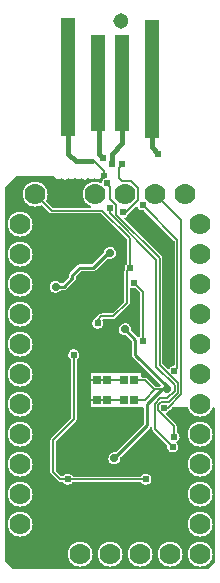
<source format=gbl>
G04 Layer: BottomLayer*
G04 EasyEDA v6.5.22, 2022-11-29 03:43:51*
G04 8ec36cdae1d24b8a87879ab1f9b651ff,67344a67363949849f01d11c0c7cf016,10*
G04 Gerber Generator version 0.2*
G04 Scale: 100 percent, Rotated: No, Reflected: No *
G04 Dimensions in inches *
G04 leading zeros omitted , absolute positions ,3 integer and 6 decimal *
%FSLAX36Y36*%
%MOIN*%

%AMMACRO1*21,1,$1,$2,0,0,$3*%
%ADD10C,0.0150*%
%ADD11C,0.0200*%
%ADD12C,0.0060*%
%ADD13C,0.0050*%
%ADD14C,0.0100*%
%ADD15C,0.0070*%
%ADD16R,0.0472X0.3937*%
%ADD17R,0.0472X0.3200*%
%ADD18MACRO1,0.0236X0.0256X0.0000*%
%ADD19C,0.0514*%
%ADD20C,0.0700*%
%ADD21C,0.0240*%
%ADD22C,0.0280*%
%ADD23C,0.0172*%

%LPD*%
G36*
X644640Y-1214080D02*
G01*
X643160Y-1213760D01*
X641919Y-1212900D01*
X626380Y-1197360D01*
X625500Y-1196060D01*
X625200Y-1194540D01*
X625200Y-843060D01*
X624760Y-840280D01*
X623840Y-838259D01*
X622340Y-836320D01*
X499820Y-713800D01*
X498940Y-712500D01*
X498640Y-710980D01*
X498940Y-709440D01*
X499799Y-708139D01*
X503960Y-705520D01*
X506440Y-703240D01*
X508459Y-700580D01*
X508740Y-700000D01*
X509820Y-698660D01*
X511019Y-697700D01*
X536160Y-672560D01*
X537400Y-671720D01*
X538880Y-671400D01*
X540360Y-671640D01*
X541640Y-672420D01*
X542560Y-673600D01*
X543540Y-675580D01*
X545560Y-678240D01*
X548040Y-680520D01*
X550900Y-682280D01*
X554020Y-683480D01*
X557320Y-684100D01*
X560680Y-684100D01*
X562780Y-683920D01*
X564000Y-684300D01*
X565040Y-685060D01*
X664620Y-784640D01*
X665500Y-785939D01*
X665800Y-787460D01*
X665800Y-1197120D01*
X665560Y-1198460D01*
X664880Y-1199660D01*
X663820Y-1200560D01*
X662540Y-1201040D01*
X660020Y-1201520D01*
X656900Y-1202720D01*
X654040Y-1204480D01*
X651560Y-1206760D01*
X649539Y-1209420D01*
X648319Y-1211860D01*
X647420Y-1213060D01*
X646120Y-1213840D01*
G37*

%LPD*%
G36*
X127739Y-1879800D02*
G01*
X126199Y-1879500D01*
X124920Y-1878620D01*
X102380Y-1856080D01*
X101500Y-1854800D01*
X101199Y-1853260D01*
X101199Y-606740D01*
X101500Y-605200D01*
X102380Y-603920D01*
X134920Y-571380D01*
X136200Y-570500D01*
X137740Y-570200D01*
X262660Y-570200D01*
X264140Y-570480D01*
X265420Y-571300D01*
X266300Y-572520D01*
X267560Y-575280D01*
X269160Y-577380D01*
X271160Y-579080D01*
X273500Y-580320D01*
X276040Y-581020D01*
X278660Y-581160D01*
X281260Y-580740D01*
X283700Y-579760D01*
X287340Y-577160D01*
X288800Y-576800D01*
X290280Y-577000D01*
X291600Y-577740D01*
X293160Y-579080D01*
X295500Y-580320D01*
X298040Y-581020D01*
X300660Y-581160D01*
X303260Y-580740D01*
X305700Y-579760D01*
X309340Y-577160D01*
X310800Y-576800D01*
X312280Y-577000D01*
X313600Y-577740D01*
X315160Y-579080D01*
X317500Y-580320D01*
X320040Y-581020D01*
X322660Y-581160D01*
X325260Y-580740D01*
X327700Y-579760D01*
X331340Y-577160D01*
X332800Y-576800D01*
X334280Y-577000D01*
X335600Y-577740D01*
X337160Y-579080D01*
X339500Y-580320D01*
X342040Y-581020D01*
X344660Y-581160D01*
X347260Y-580740D01*
X349700Y-579760D01*
X353340Y-577160D01*
X354799Y-576800D01*
X356280Y-577000D01*
X357600Y-577740D01*
X359159Y-579080D01*
X361500Y-580320D01*
X364040Y-581020D01*
X366659Y-581160D01*
X369260Y-580740D01*
X371700Y-579760D01*
X375340Y-577160D01*
X376800Y-576800D01*
X378280Y-577000D01*
X379600Y-577740D01*
X381160Y-579080D01*
X383500Y-580320D01*
X386040Y-581020D01*
X388660Y-581160D01*
X391260Y-580740D01*
X393700Y-579760D01*
X396300Y-577980D01*
X397900Y-577320D01*
X399620Y-577400D01*
X401160Y-578220D01*
X402160Y-579080D01*
X404500Y-580320D01*
X407040Y-581020D01*
X409660Y-581160D01*
X412260Y-580740D01*
X414700Y-579760D01*
X416880Y-578280D01*
X418700Y-576360D01*
X420060Y-574120D01*
X420900Y-571620D01*
X421180Y-569000D01*
X420900Y-566380D01*
X420520Y-565280D01*
X420319Y-563780D01*
X420680Y-562320D01*
X421560Y-561100D01*
X422819Y-560280D01*
X424320Y-560000D01*
X437620Y-560000D01*
X439340Y-560400D01*
X440720Y-561500D01*
X441500Y-563080D01*
X441520Y-564860D01*
X440900Y-567680D01*
X440940Y-572000D01*
X440340Y-573460D01*
X439219Y-574600D01*
X437740Y-575200D01*
X436019Y-575520D01*
X432900Y-576720D01*
X430040Y-578480D01*
X427560Y-580760D01*
X425540Y-583420D01*
X424040Y-586440D01*
X423080Y-589800D01*
X422260Y-591320D01*
X420860Y-592360D01*
X419159Y-592700D01*
X417480Y-592300D01*
X416760Y-591940D01*
X411659Y-590220D01*
X406380Y-589160D01*
X401000Y-588800D01*
X395620Y-589160D01*
X390340Y-590220D01*
X385240Y-591940D01*
X380400Y-594320D01*
X375920Y-597320D01*
X371880Y-600880D01*
X368320Y-604920D01*
X365319Y-609400D01*
X362939Y-614240D01*
X361220Y-619340D01*
X360160Y-624620D01*
X359799Y-630000D01*
X360160Y-635380D01*
X361220Y-640660D01*
X362939Y-645759D01*
X365319Y-650600D01*
X368320Y-655080D01*
X371880Y-659120D01*
X375920Y-662680D01*
X380400Y-665660D01*
X385580Y-668199D01*
X386960Y-669320D01*
X387720Y-670920D01*
X387720Y-672700D01*
X386940Y-674300D01*
X385560Y-675400D01*
X383820Y-675800D01*
X261460Y-675800D01*
X259940Y-675500D01*
X258640Y-674620D01*
X238020Y-654000D01*
X237120Y-652620D01*
X236840Y-651000D01*
X237260Y-649400D01*
X239060Y-645759D01*
X240780Y-640660D01*
X241840Y-635380D01*
X242200Y-630000D01*
X241840Y-624620D01*
X240780Y-619340D01*
X239060Y-614240D01*
X236680Y-609400D01*
X233680Y-604920D01*
X230120Y-600880D01*
X226080Y-597320D01*
X221600Y-594320D01*
X216759Y-591940D01*
X211660Y-590220D01*
X206380Y-589160D01*
X201000Y-588800D01*
X195620Y-589160D01*
X190340Y-590220D01*
X185240Y-591940D01*
X180400Y-594320D01*
X175920Y-597320D01*
X171880Y-600880D01*
X168320Y-604920D01*
X165320Y-609400D01*
X162940Y-614240D01*
X161220Y-619340D01*
X160159Y-624620D01*
X159800Y-630000D01*
X160159Y-635380D01*
X161220Y-640660D01*
X162940Y-645759D01*
X165320Y-650600D01*
X168320Y-655080D01*
X171880Y-659120D01*
X175920Y-662680D01*
X180400Y-665680D01*
X185240Y-668060D01*
X190340Y-669780D01*
X195620Y-670840D01*
X201000Y-671200D01*
X206380Y-670840D01*
X211660Y-669780D01*
X216759Y-668060D01*
X220400Y-666260D01*
X222000Y-665840D01*
X223619Y-666120D01*
X225000Y-667020D01*
X249460Y-691460D01*
X251740Y-693120D01*
X253800Y-693900D01*
X256240Y-694200D01*
X419540Y-694200D01*
X421060Y-694500D01*
X422360Y-695380D01*
X506620Y-779640D01*
X507500Y-780939D01*
X507800Y-782460D01*
X507800Y-859180D01*
X507460Y-860800D01*
X506460Y-862159D01*
X503560Y-864760D01*
X501540Y-867420D01*
X500040Y-870440D01*
X499120Y-873660D01*
X498820Y-877000D01*
X499159Y-880720D01*
X498940Y-882440D01*
X498100Y-884780D01*
X497800Y-887240D01*
X497800Y-986540D01*
X497500Y-988060D01*
X496620Y-989360D01*
X459360Y-1026620D01*
X458060Y-1027500D01*
X456540Y-1027800D01*
X422060Y-1027800D01*
X419280Y-1028240D01*
X417260Y-1029160D01*
X415319Y-1030660D01*
X403720Y-1042260D01*
X402340Y-1043160D01*
X400900Y-1043720D01*
X398040Y-1045480D01*
X395560Y-1047760D01*
X393540Y-1050420D01*
X392040Y-1053440D01*
X391120Y-1056660D01*
X390820Y-1060000D01*
X391120Y-1063340D01*
X392040Y-1066560D01*
X393540Y-1069580D01*
X395560Y-1072240D01*
X398040Y-1074520D01*
X400900Y-1076280D01*
X404020Y-1077480D01*
X407320Y-1078100D01*
X410680Y-1078100D01*
X413980Y-1077480D01*
X417100Y-1076280D01*
X419960Y-1074520D01*
X422440Y-1072240D01*
X424460Y-1069580D01*
X425959Y-1066560D01*
X426880Y-1063340D01*
X427180Y-1060000D01*
X426880Y-1056660D01*
X425959Y-1053440D01*
X425240Y-1051980D01*
X424820Y-1050420D01*
X425060Y-1048820D01*
X425900Y-1047460D01*
X427239Y-1046520D01*
X428820Y-1046200D01*
X461940Y-1046200D01*
X464720Y-1045759D01*
X466740Y-1044840D01*
X468680Y-1043340D01*
X513459Y-998540D01*
X515120Y-996260D01*
X515900Y-994200D01*
X516200Y-991760D01*
X516200Y-944900D01*
X516500Y-943400D01*
X517340Y-942099D01*
X518620Y-941240D01*
X520120Y-940920D01*
X521640Y-941180D01*
X525020Y-942480D01*
X528320Y-943100D01*
X531680Y-943100D01*
X533080Y-942840D01*
X534360Y-942820D01*
X535600Y-943199D01*
X536640Y-943940D01*
X550120Y-957440D01*
X551000Y-958720D01*
X551300Y-960260D01*
X551300Y-1101860D01*
X551080Y-1103200D01*
X550420Y-1104380D01*
X547820Y-1106600D01*
X546540Y-1107380D01*
X545040Y-1107640D01*
X543560Y-1107320D01*
X542300Y-1106460D01*
X521140Y-1085300D01*
X520220Y-1083840D01*
X520000Y-1082120D01*
X520180Y-1080000D01*
X519860Y-1076400D01*
X518900Y-1072900D01*
X517320Y-1069640D01*
X515200Y-1066720D01*
X512580Y-1064220D01*
X509560Y-1062220D01*
X506240Y-1060800D01*
X502700Y-1060000D01*
X499099Y-1059840D01*
X495500Y-1060320D01*
X492060Y-1061440D01*
X488880Y-1063160D01*
X486060Y-1065420D01*
X483680Y-1068140D01*
X481820Y-1071240D01*
X480540Y-1074640D01*
X479900Y-1078200D01*
X479900Y-1081800D01*
X480540Y-1085360D01*
X481820Y-1088760D01*
X483680Y-1091860D01*
X486060Y-1094580D01*
X488880Y-1096840D01*
X492060Y-1098560D01*
X495500Y-1099680D01*
X499099Y-1100160D01*
X502340Y-1100020D01*
X503960Y-1100280D01*
X505340Y-1101180D01*
X522620Y-1118460D01*
X523500Y-1119760D01*
X523800Y-1121300D01*
X523800Y-1164880D01*
X524080Y-1167500D01*
X524920Y-1169860D01*
X526240Y-1171980D01*
X527160Y-1173000D01*
X618640Y-1264480D01*
X619500Y-1265760D01*
X619800Y-1267300D01*
X619500Y-1268840D01*
X618640Y-1270120D01*
X617340Y-1271000D01*
X615800Y-1271300D01*
X603260Y-1271300D01*
X601720Y-1271000D01*
X600440Y-1270120D01*
X574200Y-1243900D01*
X572020Y-1242320D01*
X570080Y-1241580D01*
X567760Y-1241300D01*
X559000Y-1241300D01*
X557460Y-1241000D01*
X556180Y-1240120D01*
X555300Y-1238840D01*
X555000Y-1237300D01*
X555000Y-1225400D01*
X554600Y-1225000D01*
X386400Y-1225000D01*
X386000Y-1225400D01*
X386000Y-1340000D01*
X559800Y-1340000D01*
X561340Y-1340300D01*
X562620Y-1341180D01*
X563500Y-1342460D01*
X563800Y-1344000D01*
X563800Y-1393700D01*
X563500Y-1395240D01*
X562620Y-1396540D01*
X470340Y-1488820D01*
X468960Y-1489720D01*
X467340Y-1489980D01*
X464099Y-1489840D01*
X460500Y-1490320D01*
X457060Y-1491440D01*
X453880Y-1493160D01*
X451060Y-1495420D01*
X448680Y-1498140D01*
X446820Y-1501240D01*
X445540Y-1504640D01*
X444900Y-1508200D01*
X444900Y-1511800D01*
X445540Y-1515360D01*
X446820Y-1518760D01*
X448680Y-1521860D01*
X451060Y-1524580D01*
X453880Y-1526840D01*
X457060Y-1528560D01*
X460500Y-1529680D01*
X464099Y-1530160D01*
X467700Y-1530000D01*
X471240Y-1529199D01*
X474560Y-1527780D01*
X477580Y-1525780D01*
X480200Y-1523280D01*
X482320Y-1520360D01*
X483900Y-1517100D01*
X484860Y-1513600D01*
X485180Y-1510000D01*
X485000Y-1507880D01*
X485220Y-1506160D01*
X486140Y-1504700D01*
X582840Y-1408000D01*
X583820Y-1406900D01*
X585100Y-1405960D01*
X586640Y-1405580D01*
X588220Y-1405820D01*
X589560Y-1406680D01*
X590480Y-1407980D01*
X590800Y-1409540D01*
X590820Y-1413420D01*
X591240Y-1415720D01*
X592160Y-1417740D01*
X593660Y-1419680D01*
X639920Y-1465940D01*
X640860Y-1467400D01*
X641080Y-1469139D01*
X640819Y-1472000D01*
X641120Y-1475340D01*
X642039Y-1478560D01*
X643540Y-1481579D01*
X645560Y-1484240D01*
X648040Y-1486519D01*
X650900Y-1488280D01*
X654020Y-1489480D01*
X657320Y-1490100D01*
X660680Y-1490100D01*
X663980Y-1489480D01*
X667099Y-1488280D01*
X669960Y-1486519D01*
X672440Y-1484240D01*
X674460Y-1481579D01*
X675960Y-1478560D01*
X676880Y-1475340D01*
X677180Y-1472000D01*
X676880Y-1468660D01*
X675960Y-1465440D01*
X674460Y-1462440D01*
X672159Y-1459400D01*
X671440Y-1457900D01*
X671400Y-1456260D01*
X672039Y-1454720D01*
X673240Y-1453580D01*
X674960Y-1452520D01*
X677440Y-1450240D01*
X679460Y-1447580D01*
X680960Y-1444560D01*
X681880Y-1441339D01*
X682180Y-1438000D01*
X681880Y-1434660D01*
X680960Y-1431440D01*
X679460Y-1428420D01*
X677440Y-1425760D01*
X674539Y-1423160D01*
X673540Y-1421800D01*
X673199Y-1420180D01*
X673199Y-1404060D01*
X672760Y-1401279D01*
X671840Y-1399259D01*
X670340Y-1397320D01*
X637820Y-1364800D01*
X636940Y-1363500D01*
X636640Y-1361980D01*
X636940Y-1360440D01*
X637800Y-1359139D01*
X641960Y-1356519D01*
X644440Y-1354240D01*
X647760Y-1349840D01*
X649680Y-1348340D01*
X656840Y-1341180D01*
X658139Y-1340300D01*
X659659Y-1340000D01*
X708120Y-1340000D01*
X709740Y-1340340D01*
X711080Y-1341300D01*
X711900Y-1342720D01*
X712940Y-1345760D01*
X715320Y-1350600D01*
X718319Y-1355080D01*
X721880Y-1359120D01*
X725920Y-1362680D01*
X730400Y-1365680D01*
X735240Y-1368060D01*
X740340Y-1369780D01*
X745620Y-1370840D01*
X751000Y-1371200D01*
X756380Y-1370840D01*
X761660Y-1369780D01*
X766760Y-1368060D01*
X771600Y-1365680D01*
X776080Y-1362680D01*
X780120Y-1359120D01*
X783680Y-1355080D01*
X786680Y-1350600D01*
X789060Y-1345760D01*
X790100Y-1342720D01*
X790920Y-1341300D01*
X792260Y-1340340D01*
X793880Y-1340000D01*
X796800Y-1340000D01*
X798340Y-1340300D01*
X799620Y-1341180D01*
X800500Y-1342460D01*
X800800Y-1344000D01*
X800800Y-1853260D01*
X800500Y-1854800D01*
X799620Y-1856080D01*
X777080Y-1878620D01*
X775800Y-1879500D01*
X774260Y-1879800D01*
G37*

%LPC*%
G36*
X551000Y-1871200D02*
G01*
X556380Y-1870840D01*
X561660Y-1869780D01*
X566760Y-1868060D01*
X571600Y-1865680D01*
X576080Y-1862680D01*
X580120Y-1859120D01*
X583680Y-1855080D01*
X586680Y-1850600D01*
X589060Y-1845760D01*
X590780Y-1840660D01*
X591840Y-1835380D01*
X592200Y-1830000D01*
X591840Y-1824620D01*
X590780Y-1819340D01*
X589060Y-1814240D01*
X586680Y-1809400D01*
X583680Y-1804920D01*
X580120Y-1800880D01*
X576080Y-1797320D01*
X571600Y-1794319D01*
X566760Y-1791940D01*
X561660Y-1790220D01*
X556380Y-1789160D01*
X551000Y-1788800D01*
X545620Y-1789160D01*
X540340Y-1790220D01*
X535240Y-1791940D01*
X530400Y-1794319D01*
X525920Y-1797320D01*
X521880Y-1800880D01*
X518320Y-1804920D01*
X515319Y-1809400D01*
X512939Y-1814240D01*
X511220Y-1819340D01*
X510160Y-1824620D01*
X509799Y-1830000D01*
X510160Y-1835380D01*
X511220Y-1840660D01*
X512939Y-1845760D01*
X515319Y-1850600D01*
X518320Y-1855080D01*
X521880Y-1859120D01*
X525920Y-1862680D01*
X530400Y-1865680D01*
X535240Y-1868060D01*
X540340Y-1869780D01*
X545620Y-1870840D01*
G37*
G36*
X651000Y-1871200D02*
G01*
X656380Y-1870840D01*
X661660Y-1869780D01*
X666760Y-1868060D01*
X671600Y-1865680D01*
X676080Y-1862680D01*
X680120Y-1859120D01*
X683680Y-1855080D01*
X686680Y-1850600D01*
X689060Y-1845760D01*
X690780Y-1840660D01*
X691840Y-1835380D01*
X692200Y-1830000D01*
X691840Y-1824620D01*
X690780Y-1819340D01*
X689060Y-1814240D01*
X686680Y-1809400D01*
X683680Y-1804920D01*
X680120Y-1800880D01*
X676080Y-1797320D01*
X671600Y-1794319D01*
X666760Y-1791940D01*
X661660Y-1790220D01*
X656380Y-1789160D01*
X651000Y-1788800D01*
X645620Y-1789160D01*
X640340Y-1790220D01*
X635240Y-1791940D01*
X630400Y-1794319D01*
X625920Y-1797320D01*
X621880Y-1800880D01*
X618320Y-1804920D01*
X615320Y-1809400D01*
X612940Y-1814240D01*
X611220Y-1819340D01*
X610160Y-1824620D01*
X609800Y-1830000D01*
X610160Y-1835380D01*
X611220Y-1840660D01*
X612940Y-1845760D01*
X615320Y-1850600D01*
X618320Y-1855080D01*
X621880Y-1859120D01*
X625920Y-1862680D01*
X630400Y-1865680D01*
X635240Y-1868060D01*
X640340Y-1869780D01*
X645620Y-1870840D01*
G37*
G36*
X451000Y-1871200D02*
G01*
X456380Y-1870840D01*
X461659Y-1869780D01*
X466760Y-1868060D01*
X471599Y-1865680D01*
X476079Y-1862680D01*
X480120Y-1859120D01*
X483680Y-1855080D01*
X486680Y-1850600D01*
X489060Y-1845760D01*
X490780Y-1840660D01*
X491840Y-1835380D01*
X492200Y-1830000D01*
X491840Y-1824620D01*
X490780Y-1819340D01*
X489060Y-1814240D01*
X486680Y-1809400D01*
X483680Y-1804920D01*
X480120Y-1800880D01*
X476079Y-1797320D01*
X471599Y-1794319D01*
X466760Y-1791940D01*
X461659Y-1790220D01*
X456380Y-1789160D01*
X451000Y-1788800D01*
X445620Y-1789160D01*
X440340Y-1790220D01*
X435240Y-1791940D01*
X430400Y-1794319D01*
X425920Y-1797320D01*
X421880Y-1800880D01*
X418320Y-1804920D01*
X415319Y-1809400D01*
X412939Y-1814240D01*
X411220Y-1819340D01*
X410160Y-1824620D01*
X409799Y-1830000D01*
X410160Y-1835380D01*
X411220Y-1840660D01*
X412939Y-1845760D01*
X415319Y-1850600D01*
X418320Y-1855080D01*
X421880Y-1859120D01*
X425920Y-1862680D01*
X430400Y-1865680D01*
X435240Y-1868060D01*
X440340Y-1869780D01*
X445620Y-1870840D01*
G37*
G36*
X751000Y-1871200D02*
G01*
X756380Y-1870840D01*
X761660Y-1869780D01*
X766760Y-1868060D01*
X771600Y-1865680D01*
X776080Y-1862680D01*
X780120Y-1859120D01*
X783680Y-1855080D01*
X786680Y-1850600D01*
X789060Y-1845760D01*
X790780Y-1840660D01*
X791840Y-1835380D01*
X792200Y-1830000D01*
X791840Y-1824620D01*
X790780Y-1819340D01*
X789060Y-1814240D01*
X786680Y-1809400D01*
X783680Y-1804920D01*
X780120Y-1800880D01*
X776080Y-1797320D01*
X771600Y-1794319D01*
X766760Y-1791940D01*
X761660Y-1790220D01*
X756380Y-1789160D01*
X751000Y-1788800D01*
X745620Y-1789160D01*
X740340Y-1790220D01*
X735240Y-1791940D01*
X730400Y-1794319D01*
X725920Y-1797320D01*
X721880Y-1800880D01*
X718319Y-1804920D01*
X715320Y-1809400D01*
X712940Y-1814240D01*
X711220Y-1819340D01*
X710160Y-1824620D01*
X709800Y-1830000D01*
X710160Y-1835380D01*
X711220Y-1840660D01*
X712940Y-1845760D01*
X715320Y-1850600D01*
X718319Y-1855080D01*
X721880Y-1859120D01*
X725920Y-1862680D01*
X730400Y-1865680D01*
X735240Y-1868060D01*
X740340Y-1869780D01*
X745620Y-1870840D01*
G37*
G36*
X351000Y-1871200D02*
G01*
X356380Y-1870840D01*
X361659Y-1869780D01*
X366760Y-1868060D01*
X371599Y-1865680D01*
X376079Y-1862680D01*
X380120Y-1859120D01*
X383680Y-1855080D01*
X386680Y-1850600D01*
X389060Y-1845760D01*
X390780Y-1840660D01*
X391840Y-1835380D01*
X392200Y-1830000D01*
X391840Y-1824620D01*
X390780Y-1819340D01*
X389060Y-1814240D01*
X386680Y-1809400D01*
X383680Y-1804920D01*
X380120Y-1800880D01*
X376079Y-1797320D01*
X371599Y-1794319D01*
X366760Y-1791940D01*
X361659Y-1790220D01*
X356380Y-1789160D01*
X351000Y-1788800D01*
X345620Y-1789160D01*
X340340Y-1790220D01*
X335240Y-1791940D01*
X330400Y-1794319D01*
X325920Y-1797320D01*
X321880Y-1800880D01*
X318320Y-1804920D01*
X315320Y-1809400D01*
X312940Y-1814240D01*
X311220Y-1819340D01*
X310160Y-1824620D01*
X309800Y-1830000D01*
X310160Y-1835380D01*
X311220Y-1840660D01*
X312940Y-1845760D01*
X315320Y-1850600D01*
X318320Y-1855080D01*
X321880Y-1859120D01*
X325920Y-1862680D01*
X330400Y-1865680D01*
X335240Y-1868060D01*
X340340Y-1869780D01*
X345620Y-1870840D01*
G37*
G36*
X751000Y-1771200D02*
G01*
X756380Y-1770840D01*
X761660Y-1769780D01*
X766760Y-1768060D01*
X771600Y-1765680D01*
X776080Y-1762680D01*
X780120Y-1759120D01*
X783680Y-1755080D01*
X786680Y-1750600D01*
X789060Y-1745760D01*
X790780Y-1740660D01*
X791840Y-1735380D01*
X792200Y-1730000D01*
X791840Y-1724620D01*
X790780Y-1719340D01*
X789060Y-1714240D01*
X786680Y-1709400D01*
X783680Y-1704920D01*
X780120Y-1700880D01*
X776080Y-1697320D01*
X771600Y-1694319D01*
X766760Y-1691940D01*
X761660Y-1690220D01*
X756380Y-1689160D01*
X751000Y-1688800D01*
X745620Y-1689160D01*
X740340Y-1690220D01*
X735240Y-1691940D01*
X730400Y-1694319D01*
X725920Y-1697320D01*
X721880Y-1700880D01*
X718319Y-1704920D01*
X715320Y-1709400D01*
X712940Y-1714240D01*
X711220Y-1719340D01*
X710160Y-1724620D01*
X709800Y-1730000D01*
X710160Y-1735380D01*
X711220Y-1740660D01*
X712940Y-1745760D01*
X715320Y-1750600D01*
X718319Y-1755080D01*
X721880Y-1759120D01*
X725920Y-1762680D01*
X730400Y-1765680D01*
X735240Y-1768060D01*
X740340Y-1769780D01*
X745620Y-1770840D01*
G37*
G36*
X151000Y-1771200D02*
G01*
X156380Y-1770840D01*
X161660Y-1769780D01*
X166759Y-1768060D01*
X171600Y-1765680D01*
X176080Y-1762680D01*
X180120Y-1759120D01*
X183680Y-1755080D01*
X186680Y-1750600D01*
X189060Y-1745760D01*
X190780Y-1740660D01*
X191840Y-1735380D01*
X192200Y-1730000D01*
X191840Y-1724620D01*
X190780Y-1719340D01*
X189060Y-1714240D01*
X186680Y-1709400D01*
X183680Y-1704920D01*
X180120Y-1700880D01*
X176080Y-1697320D01*
X171600Y-1694319D01*
X166759Y-1691940D01*
X161660Y-1690220D01*
X156380Y-1689160D01*
X151000Y-1688800D01*
X145620Y-1689160D01*
X140340Y-1690220D01*
X135240Y-1691940D01*
X130399Y-1694319D01*
X125920Y-1697320D01*
X121880Y-1700880D01*
X118320Y-1704920D01*
X115320Y-1709400D01*
X112940Y-1714240D01*
X111220Y-1719340D01*
X110160Y-1724620D01*
X109800Y-1730000D01*
X110160Y-1735380D01*
X111220Y-1740660D01*
X112940Y-1745760D01*
X115320Y-1750600D01*
X118320Y-1755080D01*
X121880Y-1759120D01*
X125920Y-1762680D01*
X130399Y-1765680D01*
X135240Y-1768060D01*
X140340Y-1769780D01*
X145620Y-1770840D01*
G37*
G36*
X751000Y-1671200D02*
G01*
X756380Y-1670840D01*
X761660Y-1669780D01*
X766760Y-1668060D01*
X771600Y-1665680D01*
X776080Y-1662680D01*
X780120Y-1659120D01*
X783680Y-1655080D01*
X786680Y-1650600D01*
X789060Y-1645760D01*
X790780Y-1640660D01*
X791840Y-1635380D01*
X792200Y-1630000D01*
X791840Y-1624620D01*
X790780Y-1619340D01*
X789060Y-1614240D01*
X786680Y-1609400D01*
X783680Y-1604920D01*
X780120Y-1600880D01*
X776080Y-1597320D01*
X771600Y-1594319D01*
X766760Y-1591940D01*
X761660Y-1590220D01*
X756380Y-1589160D01*
X751000Y-1588800D01*
X745620Y-1589160D01*
X740340Y-1590220D01*
X735240Y-1591940D01*
X730400Y-1594319D01*
X725920Y-1597320D01*
X721880Y-1600880D01*
X718319Y-1604920D01*
X715320Y-1609400D01*
X712940Y-1614240D01*
X711220Y-1619340D01*
X710160Y-1624620D01*
X709800Y-1630000D01*
X710160Y-1635380D01*
X711220Y-1640660D01*
X712940Y-1645760D01*
X715320Y-1650600D01*
X718319Y-1655080D01*
X721880Y-1659120D01*
X725920Y-1662680D01*
X730400Y-1665680D01*
X735240Y-1668060D01*
X740340Y-1669780D01*
X745620Y-1670840D01*
G37*
G36*
X151000Y-1671200D02*
G01*
X156380Y-1670840D01*
X161660Y-1669780D01*
X166759Y-1668060D01*
X171600Y-1665680D01*
X176080Y-1662680D01*
X180120Y-1659120D01*
X183680Y-1655080D01*
X186680Y-1650600D01*
X189060Y-1645760D01*
X190780Y-1640660D01*
X191840Y-1635380D01*
X192200Y-1630000D01*
X191840Y-1624620D01*
X190780Y-1619340D01*
X189060Y-1614240D01*
X186680Y-1609400D01*
X183680Y-1604920D01*
X180120Y-1600880D01*
X176080Y-1597320D01*
X171600Y-1594319D01*
X166759Y-1591940D01*
X161660Y-1590220D01*
X156380Y-1589160D01*
X151000Y-1588800D01*
X145620Y-1589160D01*
X140340Y-1590220D01*
X135240Y-1591940D01*
X130399Y-1594319D01*
X125920Y-1597320D01*
X121880Y-1600880D01*
X118320Y-1604920D01*
X115320Y-1609400D01*
X112940Y-1614240D01*
X111220Y-1619340D01*
X110160Y-1624620D01*
X109800Y-1630000D01*
X110160Y-1635380D01*
X111220Y-1640660D01*
X112940Y-1645760D01*
X115320Y-1650600D01*
X118320Y-1655080D01*
X121880Y-1659120D01*
X125920Y-1662680D01*
X130399Y-1665680D01*
X135240Y-1668060D01*
X140340Y-1669780D01*
X145620Y-1670840D01*
G37*
G36*
X308320Y-1598100D02*
G01*
X311680Y-1598100D01*
X314980Y-1597480D01*
X318100Y-1596279D01*
X320959Y-1594520D01*
X323440Y-1592240D01*
X324920Y-1590280D01*
X325800Y-1589440D01*
X326900Y-1588880D01*
X328100Y-1588700D01*
X551900Y-1588700D01*
X553100Y-1588880D01*
X554200Y-1589440D01*
X555080Y-1590280D01*
X556560Y-1592240D01*
X559040Y-1594520D01*
X561900Y-1596279D01*
X565020Y-1597480D01*
X568320Y-1598100D01*
X571680Y-1598100D01*
X574980Y-1597480D01*
X578100Y-1596279D01*
X580960Y-1594520D01*
X583440Y-1592240D01*
X585460Y-1589580D01*
X586960Y-1586560D01*
X587880Y-1583340D01*
X588180Y-1580000D01*
X587880Y-1576660D01*
X586960Y-1573440D01*
X585460Y-1570420D01*
X583440Y-1567760D01*
X580960Y-1565480D01*
X578100Y-1563720D01*
X574980Y-1562520D01*
X571680Y-1561900D01*
X568320Y-1561900D01*
X565020Y-1562520D01*
X561900Y-1563720D01*
X559040Y-1565480D01*
X556560Y-1567760D01*
X555080Y-1569720D01*
X554200Y-1570560D01*
X553100Y-1571120D01*
X551900Y-1571300D01*
X328100Y-1571300D01*
X326900Y-1571120D01*
X325800Y-1570560D01*
X324920Y-1569720D01*
X323440Y-1567760D01*
X320959Y-1565480D01*
X318100Y-1563720D01*
X314980Y-1562520D01*
X311680Y-1561900D01*
X308320Y-1561900D01*
X305020Y-1562520D01*
X301900Y-1563720D01*
X299040Y-1565480D01*
X296560Y-1567760D01*
X295080Y-1569720D01*
X294200Y-1570560D01*
X293100Y-1571120D01*
X291900Y-1571300D01*
X290260Y-1571300D01*
X288720Y-1571000D01*
X287440Y-1570120D01*
X269880Y-1552560D01*
X269000Y-1551279D01*
X268700Y-1549740D01*
X268700Y-1455260D01*
X269000Y-1453720D01*
X269880Y-1452440D01*
X336100Y-1386200D01*
X337680Y-1384019D01*
X338420Y-1382080D01*
X338700Y-1379760D01*
X338700Y-1182420D01*
X339040Y-1180800D01*
X340000Y-1179460D01*
X342440Y-1177240D01*
X344460Y-1174580D01*
X345959Y-1171560D01*
X346880Y-1168340D01*
X347180Y-1165000D01*
X346880Y-1161660D01*
X345959Y-1158440D01*
X344460Y-1155420D01*
X342440Y-1152760D01*
X339960Y-1150480D01*
X337100Y-1148720D01*
X333980Y-1147520D01*
X330680Y-1146900D01*
X327320Y-1146900D01*
X324020Y-1147520D01*
X320900Y-1148720D01*
X318040Y-1150480D01*
X315560Y-1152760D01*
X313540Y-1155420D01*
X312040Y-1158440D01*
X311120Y-1161660D01*
X310820Y-1165000D01*
X311120Y-1168340D01*
X312040Y-1171560D01*
X313540Y-1174580D01*
X315560Y-1177240D01*
X318040Y-1179520D01*
X319400Y-1180360D01*
X320420Y-1181240D01*
X321079Y-1182420D01*
X321300Y-1183760D01*
X321300Y-1374740D01*
X321000Y-1376279D01*
X320120Y-1377560D01*
X253900Y-1443800D01*
X252320Y-1445980D01*
X251580Y-1447920D01*
X251300Y-1450240D01*
X251300Y-1554940D01*
X251720Y-1557580D01*
X252580Y-1559480D01*
X254020Y-1561320D01*
X278800Y-1586100D01*
X280980Y-1587680D01*
X282920Y-1588420D01*
X285240Y-1588700D01*
X291900Y-1588700D01*
X293100Y-1588880D01*
X294200Y-1589440D01*
X295080Y-1590280D01*
X296560Y-1592240D01*
X299040Y-1594520D01*
X301900Y-1596279D01*
X305020Y-1597480D01*
G37*
G36*
X151000Y-1571200D02*
G01*
X156380Y-1570840D01*
X161660Y-1569780D01*
X166759Y-1568060D01*
X171600Y-1565680D01*
X176080Y-1562680D01*
X180120Y-1559120D01*
X183680Y-1555080D01*
X186680Y-1550600D01*
X189060Y-1545760D01*
X190780Y-1540660D01*
X191840Y-1535380D01*
X192200Y-1530000D01*
X191840Y-1524620D01*
X190780Y-1519340D01*
X189060Y-1514240D01*
X186680Y-1509400D01*
X183680Y-1504920D01*
X180120Y-1500880D01*
X176080Y-1497320D01*
X171600Y-1494319D01*
X166759Y-1491940D01*
X161660Y-1490220D01*
X156380Y-1489160D01*
X151000Y-1488800D01*
X145620Y-1489160D01*
X140340Y-1490220D01*
X135240Y-1491940D01*
X130399Y-1494319D01*
X125920Y-1497320D01*
X121880Y-1500880D01*
X118320Y-1504920D01*
X115320Y-1509400D01*
X112940Y-1514240D01*
X111220Y-1519340D01*
X110160Y-1524620D01*
X109800Y-1530000D01*
X110160Y-1535380D01*
X111220Y-1540660D01*
X112940Y-1545760D01*
X115320Y-1550600D01*
X118320Y-1555080D01*
X121880Y-1559120D01*
X125920Y-1562680D01*
X130399Y-1565680D01*
X135240Y-1568060D01*
X140340Y-1569780D01*
X145620Y-1570840D01*
G37*
G36*
X751000Y-1571200D02*
G01*
X756380Y-1570840D01*
X761660Y-1569780D01*
X766760Y-1568060D01*
X771600Y-1565680D01*
X776080Y-1562680D01*
X780120Y-1559120D01*
X783680Y-1555080D01*
X786680Y-1550600D01*
X789060Y-1545760D01*
X790780Y-1540660D01*
X791840Y-1535380D01*
X792200Y-1530000D01*
X791840Y-1524620D01*
X790780Y-1519340D01*
X789060Y-1514240D01*
X786680Y-1509400D01*
X783680Y-1504920D01*
X780120Y-1500880D01*
X776080Y-1497320D01*
X771600Y-1494319D01*
X766760Y-1491940D01*
X761660Y-1490220D01*
X756380Y-1489160D01*
X751000Y-1488800D01*
X745620Y-1489160D01*
X740340Y-1490220D01*
X735240Y-1491940D01*
X730400Y-1494319D01*
X725920Y-1497320D01*
X721880Y-1500880D01*
X718319Y-1504920D01*
X715320Y-1509400D01*
X712940Y-1514240D01*
X711220Y-1519340D01*
X710160Y-1524620D01*
X709800Y-1530000D01*
X710160Y-1535380D01*
X711220Y-1540660D01*
X712940Y-1545760D01*
X715320Y-1550600D01*
X718319Y-1555080D01*
X721880Y-1559120D01*
X725920Y-1562680D01*
X730400Y-1565680D01*
X735240Y-1568060D01*
X740340Y-1569780D01*
X745620Y-1570840D01*
G37*
G36*
X151000Y-1471200D02*
G01*
X156380Y-1470840D01*
X161660Y-1469780D01*
X166759Y-1468060D01*
X171600Y-1465680D01*
X176080Y-1462680D01*
X180120Y-1459120D01*
X183680Y-1455080D01*
X186680Y-1450600D01*
X189060Y-1445760D01*
X190780Y-1440660D01*
X191840Y-1435380D01*
X192200Y-1430000D01*
X191840Y-1424620D01*
X190780Y-1419340D01*
X189060Y-1414240D01*
X186680Y-1409400D01*
X183680Y-1404920D01*
X180120Y-1400880D01*
X176080Y-1397320D01*
X171600Y-1394319D01*
X166759Y-1391940D01*
X161660Y-1390220D01*
X156380Y-1389160D01*
X151000Y-1388800D01*
X145620Y-1389160D01*
X140340Y-1390220D01*
X135240Y-1391940D01*
X130399Y-1394319D01*
X125920Y-1397320D01*
X121880Y-1400880D01*
X118320Y-1404920D01*
X115320Y-1409400D01*
X112940Y-1414240D01*
X111220Y-1419340D01*
X110160Y-1424620D01*
X109800Y-1430000D01*
X110160Y-1435380D01*
X111220Y-1440660D01*
X112940Y-1445760D01*
X115320Y-1450600D01*
X118320Y-1455080D01*
X121880Y-1459120D01*
X125920Y-1462680D01*
X130399Y-1465680D01*
X135240Y-1468060D01*
X140340Y-1469780D01*
X145620Y-1470840D01*
G37*
G36*
X751000Y-1471200D02*
G01*
X756380Y-1470840D01*
X761660Y-1469780D01*
X766760Y-1468060D01*
X771600Y-1465680D01*
X776080Y-1462680D01*
X780120Y-1459120D01*
X783680Y-1455080D01*
X786680Y-1450600D01*
X789060Y-1445760D01*
X790780Y-1440660D01*
X791840Y-1435380D01*
X792200Y-1430000D01*
X791840Y-1424620D01*
X790780Y-1419340D01*
X789060Y-1414240D01*
X786680Y-1409400D01*
X783680Y-1404920D01*
X780120Y-1400880D01*
X776080Y-1397320D01*
X771600Y-1394319D01*
X766760Y-1391940D01*
X761660Y-1390220D01*
X756380Y-1389160D01*
X751000Y-1388800D01*
X745620Y-1389160D01*
X740340Y-1390220D01*
X735240Y-1391940D01*
X730400Y-1394319D01*
X725920Y-1397320D01*
X721880Y-1400880D01*
X718319Y-1404920D01*
X715320Y-1409400D01*
X712940Y-1414240D01*
X711220Y-1419340D01*
X710160Y-1424620D01*
X709800Y-1430000D01*
X710160Y-1435380D01*
X711220Y-1440660D01*
X712940Y-1445760D01*
X715320Y-1450600D01*
X718319Y-1455080D01*
X721880Y-1459120D01*
X725920Y-1462680D01*
X730400Y-1465680D01*
X735240Y-1468060D01*
X740340Y-1469780D01*
X745620Y-1470840D01*
G37*
G36*
X151000Y-1371200D02*
G01*
X156380Y-1370840D01*
X161660Y-1369780D01*
X166759Y-1368060D01*
X171600Y-1365680D01*
X176080Y-1362680D01*
X180120Y-1359120D01*
X183680Y-1355080D01*
X186680Y-1350600D01*
X189060Y-1345760D01*
X190780Y-1340660D01*
X191840Y-1335380D01*
X192200Y-1330000D01*
X191840Y-1324620D01*
X190780Y-1319340D01*
X189060Y-1314240D01*
X186680Y-1309400D01*
X183680Y-1304920D01*
X180120Y-1300880D01*
X176080Y-1297320D01*
X171600Y-1294319D01*
X166759Y-1291940D01*
X161660Y-1290220D01*
X156380Y-1289160D01*
X151000Y-1288800D01*
X145620Y-1289160D01*
X140340Y-1290220D01*
X135240Y-1291940D01*
X130399Y-1294319D01*
X125920Y-1297320D01*
X121880Y-1300880D01*
X118320Y-1304920D01*
X115320Y-1309400D01*
X112940Y-1314240D01*
X111220Y-1319340D01*
X110160Y-1324620D01*
X109800Y-1330000D01*
X110160Y-1335380D01*
X111220Y-1340660D01*
X112940Y-1345760D01*
X115320Y-1350600D01*
X118320Y-1355080D01*
X121880Y-1359120D01*
X125920Y-1362680D01*
X130399Y-1365680D01*
X135240Y-1368060D01*
X140340Y-1369780D01*
X145620Y-1370840D01*
G37*
G36*
X151000Y-1271200D02*
G01*
X156380Y-1270840D01*
X161660Y-1269780D01*
X166759Y-1268060D01*
X171600Y-1265680D01*
X176080Y-1262680D01*
X180120Y-1259120D01*
X183680Y-1255080D01*
X186680Y-1250600D01*
X189060Y-1245760D01*
X190780Y-1240660D01*
X191840Y-1235380D01*
X192200Y-1230000D01*
X191840Y-1224620D01*
X190780Y-1219340D01*
X189060Y-1214240D01*
X186680Y-1209400D01*
X183680Y-1204920D01*
X180120Y-1200880D01*
X176080Y-1197320D01*
X171600Y-1194320D01*
X166759Y-1191940D01*
X161660Y-1190220D01*
X156380Y-1189160D01*
X151000Y-1188800D01*
X145620Y-1189160D01*
X140340Y-1190220D01*
X135240Y-1191940D01*
X130399Y-1194320D01*
X125920Y-1197320D01*
X121880Y-1200880D01*
X118320Y-1204920D01*
X115320Y-1209400D01*
X112940Y-1214240D01*
X111220Y-1219340D01*
X110160Y-1224620D01*
X109800Y-1230000D01*
X110160Y-1235380D01*
X111220Y-1240660D01*
X112940Y-1245760D01*
X115320Y-1250600D01*
X118320Y-1255080D01*
X121880Y-1259120D01*
X125920Y-1262680D01*
X130399Y-1265680D01*
X135240Y-1268060D01*
X140340Y-1269780D01*
X145620Y-1270840D01*
G37*
G36*
X151000Y-1171200D02*
G01*
X156380Y-1170840D01*
X161660Y-1169780D01*
X166759Y-1168060D01*
X171600Y-1165680D01*
X176080Y-1162680D01*
X180120Y-1159120D01*
X183680Y-1155080D01*
X186680Y-1150600D01*
X189060Y-1145760D01*
X190780Y-1140660D01*
X191840Y-1135380D01*
X192200Y-1130000D01*
X191840Y-1124620D01*
X190780Y-1119340D01*
X189060Y-1114240D01*
X186680Y-1109400D01*
X183680Y-1104920D01*
X180120Y-1100880D01*
X176080Y-1097320D01*
X171600Y-1094320D01*
X166759Y-1091940D01*
X161660Y-1090220D01*
X156380Y-1089160D01*
X151000Y-1088800D01*
X145620Y-1089160D01*
X140340Y-1090220D01*
X135240Y-1091940D01*
X130399Y-1094320D01*
X125920Y-1097320D01*
X121880Y-1100880D01*
X118320Y-1104920D01*
X115320Y-1109400D01*
X112940Y-1114240D01*
X111220Y-1119340D01*
X110160Y-1124620D01*
X109800Y-1130000D01*
X110160Y-1135380D01*
X111220Y-1140660D01*
X112940Y-1145760D01*
X115320Y-1150600D01*
X118320Y-1155080D01*
X121880Y-1159120D01*
X125920Y-1162680D01*
X130399Y-1165680D01*
X135240Y-1168060D01*
X140340Y-1169780D01*
X145620Y-1170840D01*
G37*
G36*
X151000Y-1071200D02*
G01*
X156380Y-1070840D01*
X161660Y-1069780D01*
X166759Y-1068060D01*
X171600Y-1065680D01*
X176080Y-1062680D01*
X180120Y-1059120D01*
X183680Y-1055080D01*
X186680Y-1050600D01*
X189060Y-1045759D01*
X190780Y-1040660D01*
X191840Y-1035380D01*
X192200Y-1030000D01*
X191840Y-1024620D01*
X190780Y-1019340D01*
X189060Y-1014240D01*
X186680Y-1009400D01*
X183680Y-1004920D01*
X180120Y-1000879D01*
X176080Y-997320D01*
X171600Y-994320D01*
X166759Y-991940D01*
X161660Y-990220D01*
X156380Y-989160D01*
X151000Y-988800D01*
X145620Y-989160D01*
X140340Y-990220D01*
X135240Y-991940D01*
X130399Y-994320D01*
X125920Y-997320D01*
X121880Y-1000879D01*
X118320Y-1004920D01*
X115320Y-1009400D01*
X112940Y-1014240D01*
X111220Y-1019340D01*
X110160Y-1024620D01*
X109800Y-1030000D01*
X110160Y-1035380D01*
X111220Y-1040660D01*
X112940Y-1045759D01*
X115320Y-1050600D01*
X118320Y-1055080D01*
X121880Y-1059120D01*
X125920Y-1062680D01*
X130399Y-1065680D01*
X135240Y-1068060D01*
X140340Y-1069780D01*
X145620Y-1070840D01*
G37*
G36*
X151000Y-971200D02*
G01*
X156380Y-970840D01*
X161660Y-969780D01*
X166759Y-968060D01*
X171600Y-965680D01*
X176080Y-962680D01*
X180120Y-959120D01*
X183680Y-955080D01*
X186680Y-950600D01*
X189060Y-945759D01*
X190780Y-940660D01*
X191840Y-935380D01*
X192200Y-930000D01*
X191840Y-924620D01*
X190780Y-919340D01*
X189060Y-914240D01*
X186680Y-909400D01*
X183680Y-904920D01*
X180120Y-900879D01*
X176080Y-897320D01*
X171600Y-894320D01*
X166759Y-891940D01*
X161660Y-890220D01*
X156380Y-889160D01*
X151000Y-888800D01*
X145620Y-889160D01*
X140340Y-890220D01*
X135240Y-891940D01*
X130399Y-894320D01*
X125920Y-897320D01*
X121880Y-900879D01*
X118320Y-904920D01*
X115320Y-909400D01*
X112940Y-914240D01*
X111220Y-919340D01*
X110160Y-924620D01*
X109800Y-930000D01*
X110160Y-935380D01*
X111220Y-940660D01*
X112940Y-945759D01*
X115320Y-950600D01*
X118320Y-955080D01*
X121880Y-959120D01*
X125920Y-962680D01*
X130399Y-965680D01*
X135240Y-968060D01*
X140340Y-969780D01*
X145620Y-970840D01*
G37*
G36*
X268100Y-958160D02*
G01*
X271700Y-958000D01*
X275240Y-957200D01*
X278560Y-955780D01*
X281580Y-953780D01*
X284200Y-951280D01*
X285400Y-949960D01*
X286520Y-949400D01*
X287740Y-949200D01*
X296880Y-949200D01*
X299500Y-948920D01*
X301860Y-948080D01*
X303980Y-946760D01*
X305000Y-945840D01*
X332840Y-918000D01*
X334480Y-915960D01*
X335560Y-913700D01*
X336120Y-911260D01*
X336200Y-909880D01*
X336200Y-906300D01*
X336500Y-904760D01*
X337380Y-903460D01*
X353459Y-887380D01*
X354760Y-886500D01*
X356300Y-886200D01*
X394880Y-886200D01*
X397500Y-885920D01*
X399860Y-885080D01*
X401980Y-883760D01*
X403000Y-882840D01*
X440500Y-845340D01*
X441700Y-844520D01*
X443120Y-844180D01*
X444560Y-844360D01*
X445500Y-844680D01*
X449099Y-845160D01*
X452700Y-845000D01*
X456240Y-844200D01*
X459560Y-842780D01*
X462580Y-840780D01*
X465200Y-838280D01*
X467320Y-835360D01*
X468900Y-832099D01*
X469860Y-828600D01*
X470180Y-825000D01*
X469860Y-821400D01*
X468900Y-817900D01*
X467320Y-814640D01*
X465200Y-811720D01*
X462580Y-809220D01*
X459560Y-807220D01*
X456240Y-805800D01*
X452700Y-805000D01*
X449099Y-804840D01*
X445500Y-805320D01*
X442060Y-806440D01*
X438880Y-808160D01*
X436060Y-810420D01*
X433680Y-813139D01*
X431820Y-816240D01*
X430540Y-819640D01*
X429880Y-823280D01*
X429500Y-824419D01*
X428780Y-825380D01*
X391540Y-862620D01*
X390240Y-863500D01*
X388700Y-863800D01*
X350120Y-863800D01*
X347500Y-864080D01*
X345140Y-864920D01*
X343020Y-866240D01*
X342000Y-867159D01*
X317160Y-892000D01*
X315520Y-894040D01*
X314440Y-896300D01*
X313880Y-898740D01*
X313800Y-900120D01*
X313800Y-903700D01*
X313500Y-905240D01*
X312620Y-906540D01*
X293540Y-925620D01*
X292240Y-926500D01*
X290700Y-926800D01*
X287740Y-926800D01*
X286520Y-926600D01*
X285400Y-926040D01*
X284200Y-924720D01*
X281580Y-922220D01*
X278560Y-920220D01*
X275240Y-918800D01*
X271700Y-918000D01*
X268100Y-917840D01*
X264500Y-918319D01*
X261060Y-919440D01*
X257880Y-921160D01*
X255060Y-923420D01*
X252680Y-926140D01*
X250820Y-929240D01*
X249540Y-932640D01*
X248900Y-936200D01*
X248900Y-939800D01*
X249540Y-943360D01*
X250820Y-946760D01*
X252680Y-949860D01*
X255060Y-952580D01*
X257880Y-954840D01*
X261060Y-956560D01*
X264500Y-957680D01*
G37*
G36*
X151000Y-871200D02*
G01*
X156380Y-870840D01*
X161660Y-869780D01*
X166759Y-868060D01*
X171600Y-865680D01*
X176080Y-862680D01*
X180120Y-859120D01*
X183680Y-855080D01*
X186680Y-850600D01*
X189060Y-845759D01*
X190780Y-840660D01*
X191840Y-835380D01*
X192200Y-830000D01*
X191840Y-824620D01*
X190780Y-819340D01*
X189060Y-814240D01*
X186680Y-809400D01*
X183680Y-804920D01*
X180120Y-800879D01*
X176080Y-797320D01*
X171600Y-794320D01*
X166759Y-791940D01*
X161660Y-790220D01*
X156380Y-789160D01*
X151000Y-788800D01*
X145620Y-789160D01*
X140340Y-790220D01*
X135240Y-791940D01*
X130399Y-794320D01*
X125920Y-797320D01*
X121880Y-800879D01*
X118320Y-804920D01*
X115320Y-809400D01*
X112940Y-814240D01*
X111220Y-819340D01*
X110160Y-824620D01*
X109800Y-830000D01*
X110160Y-835380D01*
X111220Y-840660D01*
X112940Y-845759D01*
X115320Y-850600D01*
X118320Y-855080D01*
X121880Y-859120D01*
X125920Y-862680D01*
X130399Y-865680D01*
X135240Y-868060D01*
X140340Y-869780D01*
X145620Y-870840D01*
G37*
G36*
X151000Y-771200D02*
G01*
X156380Y-770840D01*
X161660Y-769780D01*
X166759Y-768060D01*
X171600Y-765680D01*
X176080Y-762680D01*
X180120Y-759120D01*
X183680Y-755080D01*
X186680Y-750600D01*
X189060Y-745759D01*
X190780Y-740660D01*
X191840Y-735380D01*
X192200Y-730000D01*
X191840Y-724620D01*
X190780Y-719340D01*
X189060Y-714240D01*
X186680Y-709400D01*
X183680Y-704920D01*
X180120Y-700879D01*
X176080Y-697320D01*
X171600Y-694320D01*
X166759Y-691940D01*
X161660Y-690220D01*
X156380Y-689160D01*
X151000Y-688800D01*
X145620Y-689160D01*
X140340Y-690220D01*
X135240Y-691940D01*
X130399Y-694320D01*
X125920Y-697320D01*
X121880Y-700879D01*
X118320Y-704920D01*
X115320Y-709400D01*
X112940Y-714240D01*
X111220Y-719340D01*
X110160Y-724620D01*
X109800Y-730000D01*
X110160Y-735380D01*
X111220Y-740660D01*
X112940Y-745759D01*
X115320Y-750600D01*
X118320Y-755080D01*
X121880Y-759120D01*
X125920Y-762680D01*
X130399Y-765680D01*
X135240Y-768060D01*
X140340Y-769780D01*
X145620Y-770840D01*
G37*

%LPD*%
G36*
X213000Y-710000D02*
G01*
X213000Y-860000D01*
X383000Y-861000D01*
X383000Y-710000D01*
G37*
D10*
X490999Y-240000D02*
G01*
X490999Y-460000D01*
X455999Y-495000D01*
X455999Y-530000D01*
X611001Y-495000D02*
G01*
X590000Y-473998D01*
X590000Y-245000D01*
X390999Y-520000D02*
G01*
X335999Y-520000D01*
X311500Y-495500D01*
X311500Y-240000D01*
X412262Y-240000D02*
G01*
X412262Y-496262D01*
X425999Y-510000D01*
D11*
X695000Y-1410000D02*
G01*
X695000Y-1496489D01*
X628245Y-1563245D01*
D12*
X409000Y-1060000D02*
G01*
X409000Y-1050000D01*
X421999Y-1036999D01*
X461999Y-1036999D01*
X506999Y-991999D01*
X506999Y-886999D01*
X516999Y-876999D01*
D11*
X260000Y-1060000D02*
G01*
X230000Y-1030000D01*
X230000Y-930000D01*
X250999Y-909000D01*
X289000Y-909000D01*
D12*
X414000Y-584000D02*
G01*
X416999Y-584000D01*
X429000Y-571999D01*
X429000Y-551999D01*
X396999Y-520000D01*
X390999Y-520000D01*
X300999Y-630000D02*
G01*
X330000Y-600999D01*
X360000Y-600999D01*
X376999Y-584000D01*
X420000Y-584000D01*
D13*
X310000Y-1580000D02*
G01*
X570000Y-1580000D01*
D11*
X285000Y-1545000D02*
G01*
X610000Y-1545000D01*
X670000Y-1605000D01*
X670000Y-1715000D01*
D13*
X310000Y-1580000D02*
G01*
X285000Y-1580000D01*
X260000Y-1555000D01*
X260000Y-1450000D01*
X330000Y-1380000D01*
X330000Y-1166001D01*
X328998Y-1165000D01*
D14*
X640000Y-1280000D02*
G01*
X640000Y-1270000D01*
X535000Y-1165000D01*
X535000Y-1115000D01*
X500000Y-1080000D01*
X465000Y-1510000D02*
G01*
X575000Y-1400000D01*
X575000Y-1330000D01*
X625000Y-1280000D01*
X640000Y-1280000D01*
D12*
X516999Y-876999D02*
G01*
X516999Y-776999D01*
X425000Y-685000D01*
X255999Y-685000D01*
X200999Y-630000D01*
D11*
X451999Y-775000D02*
G01*
X480000Y-803000D01*
X480000Y-915000D01*
X370000Y-1025000D01*
X366999Y-1025000D01*
X358000Y-1033998D01*
D14*
X269000Y-938000D02*
G01*
X296999Y-938000D01*
X325000Y-910000D01*
X325000Y-900000D01*
X350000Y-875000D01*
X395000Y-875000D01*
X445000Y-825000D01*
X450000Y-825000D01*
D11*
X220000Y-690000D02*
G01*
X288998Y-758998D01*
X288998Y-908998D01*
X285000Y-1460000D02*
G01*
X365000Y-1380000D01*
X365000Y-1220000D01*
X440000Y-1145000D01*
X440000Y-1060999D01*
X440999Y-1060000D01*
X285000Y-1460000D02*
G01*
X285000Y-1515000D01*
X358000Y-1034000D02*
G01*
X378000Y-1054000D01*
X378000Y-1073000D01*
X395000Y-1090000D01*
X430000Y-1090000D01*
X440999Y-1079000D01*
X440999Y-1060000D01*
X260000Y-1060000D02*
G01*
X301999Y-1060000D01*
X306999Y-1055000D01*
X470000Y-1060000D02*
G01*
X500000Y-1030000D01*
X510000Y-1030000D01*
X515000Y-1025000D01*
X440999Y-1060000D02*
G01*
X470000Y-1060000D01*
X306999Y-1055000D02*
G01*
X326999Y-1035000D01*
X356999Y-1035000D01*
X358000Y-1034000D01*
X285000Y-1545000D02*
G01*
X285000Y-1515000D01*
D12*
X441001Y-593000D02*
G01*
X441001Y-596001D01*
X451999Y-606999D01*
X451999Y-646999D01*
X471999Y-666999D01*
X471999Y-698998D01*
X616001Y-843000D01*
X616001Y-1200000D01*
X676999Y-1260999D01*
X676999Y-1291999D01*
X646999Y-1321999D01*
X621999Y-1321999D01*
X611001Y-1332997D01*
X611001Y-1351001D01*
X664000Y-1404000D01*
X664000Y-1438000D01*
X450000Y-675000D02*
G01*
X450000Y-693000D01*
X605000Y-848000D01*
X605000Y-1205000D01*
X666001Y-1266001D01*
X666001Y-1286999D01*
X641999Y-1311001D01*
X616999Y-1311001D01*
X600000Y-1328000D01*
X600000Y-1413000D01*
X658998Y-1471999D01*
D13*
X560000Y-1120000D02*
G01*
X560000Y-955000D01*
X530000Y-925000D01*
X640000Y-1280000D02*
G01*
X598000Y-1280000D01*
X568000Y-1250000D01*
X531698Y-1250000D01*
X640000Y-1280000D02*
G01*
X601999Y-1280000D01*
X566999Y-1315000D01*
X531698Y-1315000D01*
D12*
X665000Y-1219000D02*
G01*
X675000Y-1209000D01*
X675000Y-781999D01*
X558998Y-666001D01*
X630999Y-1341999D02*
G01*
X643000Y-1341999D01*
X688000Y-1296999D01*
X688000Y-716999D01*
X600999Y-630000D01*
D15*
X493000Y-690999D02*
G01*
X504000Y-690999D01*
X545000Y-650000D01*
X545000Y-610000D01*
X520999Y-585999D01*
X489000Y-585999D01*
X479000Y-575999D01*
X479000Y-541999D01*
X490999Y-530000D01*
D13*
X441700Y-1250000D02*
G01*
X408299Y-1250000D01*
X441700Y-1315000D02*
G01*
X408299Y-1315000D01*
X408299Y-1250000D02*
G01*
X365000Y-1250000D01*
X365000Y-1315000D01*
X408299Y-1315000D01*
X441700Y-1250000D02*
G01*
X498299Y-1250000D01*
X441700Y-1315000D02*
G01*
X498299Y-1315000D01*
D16*
G01*
X590000Y-245000D03*
D17*
G01*
X490999Y-260000D03*
G01*
X410999Y-260000D03*
D16*
G01*
X311469Y-240000D03*
D18*
G01*
X408299Y-1250000D03*
G01*
X441700Y-1250000D03*
G01*
X531700Y-1250000D03*
G01*
X498299Y-1250000D03*
G01*
X408299Y-1315000D03*
G01*
X441700Y-1315000D03*
G01*
X531700Y-1315000D03*
G01*
X498299Y-1315000D03*
D19*
G01*
X488000Y-53000D03*
D20*
G01*
X350999Y-1830000D03*
G01*
X450999Y-1830000D03*
G01*
X550999Y-1830000D03*
G01*
X650999Y-1830000D03*
G01*
X750999Y-1830000D03*
G01*
X750999Y-1730000D03*
G01*
X750999Y-1630000D03*
G01*
X750999Y-1530000D03*
G01*
X750999Y-1430000D03*
G01*
X750999Y-1330000D03*
G01*
X750999Y-1230000D03*
G01*
X750999Y-1130000D03*
G01*
X750999Y-1030000D03*
G01*
X750999Y-930000D03*
G01*
X750999Y-830000D03*
G01*
X750999Y-730000D03*
G01*
X700999Y-630000D03*
G01*
X600999Y-630000D03*
G01*
X500999Y-630000D03*
G01*
X400999Y-630000D03*
G01*
X300999Y-630000D03*
G01*
X150999Y-1830000D03*
G01*
X150999Y-1730000D03*
G01*
X150999Y-1630000D03*
G01*
X150999Y-1530000D03*
G01*
X150999Y-1430000D03*
G01*
X150999Y-1330000D03*
G01*
X150999Y-1230000D03*
G01*
X150999Y-1130000D03*
G01*
X150999Y-1030000D03*
G01*
X150999Y-930000D03*
G01*
X150999Y-830000D03*
G01*
X150999Y-730000D03*
G01*
X200999Y-630000D03*
G01*
X250000Y-1830000D03*
D21*
G01*
X425999Y-510000D03*
G01*
X455999Y-530000D03*
G01*
X440999Y-593000D03*
G01*
X490999Y-530000D03*
G01*
X610999Y-495000D03*
G01*
X329000Y-1165000D03*
D22*
G01*
X289000Y-909000D03*
G01*
X260000Y-1060000D03*
D21*
G01*
X306999Y-1055000D03*
G01*
X358000Y-1034000D03*
D22*
G01*
X440999Y-1060000D03*
G01*
X269000Y-938000D03*
D21*
G01*
X516999Y-876999D03*
D22*
G01*
X285000Y-1460000D03*
G01*
X285000Y-1515000D03*
G01*
X285000Y-1545000D03*
D21*
G01*
X493000Y-690999D03*
G01*
X560000Y-1120000D03*
G01*
X665000Y-1219000D03*
D22*
G01*
X640000Y-1280000D03*
D21*
G01*
X630999Y-1341999D03*
G01*
X409000Y-1060000D03*
D22*
G01*
X470000Y-1060000D03*
G01*
X515000Y-1025000D03*
D21*
G01*
X450000Y-675000D03*
G01*
X559000Y-665999D03*
G01*
X664000Y-1438000D03*
G01*
X659000Y-1471999D03*
G01*
X530000Y-925000D03*
D22*
G01*
X640000Y-915000D03*
G01*
X220000Y-690000D03*
G01*
X483000Y-775000D03*
G01*
X451999Y-775000D03*
G01*
X450000Y-825000D03*
G01*
X465000Y-1510000D03*
G01*
X500000Y-1080000D03*
G01*
X670000Y-1715000D03*
D21*
G01*
X310000Y-1580000D03*
G01*
X570000Y-1580000D03*
G01*
X695000Y-1410000D03*
M02*

</source>
